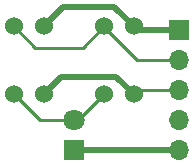
<source format=gbr>
%TF.GenerationSoftware,KiCad,Pcbnew,(6.0.4)*%
%TF.CreationDate,2022-06-04T14:48:56+09:00*%
%TF.ProjectId,line_sensor,6c696e65-5f73-4656-9e73-6f722e6b6963,rev?*%
%TF.SameCoordinates,Original*%
%TF.FileFunction,Copper,L2,Bot*%
%TF.FilePolarity,Positive*%
%FSLAX46Y46*%
G04 Gerber Fmt 4.6, Leading zero omitted, Abs format (unit mm)*
G04 Created by KiCad (PCBNEW (6.0.4)) date 2022-06-04 14:48:56*
%MOMM*%
%LPD*%
G01*
G04 APERTURE LIST*
%TA.AperFunction,ComponentPad*%
%ADD10R,1.800000X1.800000*%
%TD*%
%TA.AperFunction,ComponentPad*%
%ADD11C,1.800000*%
%TD*%
%TA.AperFunction,ComponentPad*%
%ADD12C,1.524000*%
%TD*%
%TA.AperFunction,ComponentPad*%
%ADD13R,1.700000X1.700000*%
%TD*%
%TA.AperFunction,ComponentPad*%
%ADD14O,1.700000X1.700000*%
%TD*%
%TA.AperFunction,Conductor*%
%ADD15C,0.250000*%
%TD*%
%TA.AperFunction,Conductor*%
%ADD16C,0.500000*%
%TD*%
G04 APERTURE END LIST*
D10*
%TO.P,D1,1,K*%
%TO.N,Net-(D1-Pad1)*%
X138430000Y-93980000D03*
D11*
%TO.P,D1,2,A*%
%TO.N,Net-(D1-Pad2)*%
X138430000Y-91440000D03*
%TD*%
D12*
%TO.P,U2,1,K(-)*%
%TO.N,Net-(D1-Pad2)*%
X133350000Y-89235000D03*
%TO.P,U2,2,Vcc*%
%TO.N,+5V*%
X135890000Y-89235000D03*
%TO.P,U2,3,Vout*%
%TO.N,Net-(J1-Pad1)*%
X135890000Y-83485000D03*
%TO.P,U2,4,GND*%
%TO.N,GND*%
X133350000Y-83485000D03*
%TD*%
%TO.P,U1,1,K(-)*%
%TO.N,Net-(D1-Pad2)*%
X140970000Y-89235000D03*
%TO.P,U1,2,Vcc*%
%TO.N,+5V*%
X143510000Y-89235000D03*
%TO.P,U1,3,Vout*%
%TO.N,Net-(J1-Pad1)*%
X143510000Y-83485000D03*
%TO.P,U1,4,GND*%
%TO.N,GND*%
X140970000Y-83485000D03*
%TD*%
D13*
%TO.P,J1,1,Pin_1*%
%TO.N,Net-(J1-Pad1)*%
X147320000Y-83825000D03*
D14*
%TO.P,J1,2,Pin_2*%
%TO.N,GND*%
X147320000Y-86365000D03*
%TO.P,J1,3,Pin_3*%
%TO.N,+5V*%
X147320000Y-88905000D03*
%TO.P,J1,4,Pin_4*%
%TO.N,unconnected-(J1-Pad4)*%
X147320000Y-91445000D03*
%TO.P,J1,5,Pin_5*%
%TO.N,Net-(D1-Pad1)*%
X147320000Y-93985000D03*
%TD*%
D15*
%TO.N,GND*%
X139185000Y-85270000D02*
X140970000Y-83485000D01*
X135135000Y-85270000D02*
X139185000Y-85270000D01*
X133350000Y-83485000D02*
X135135000Y-85270000D01*
X143825000Y-86365000D02*
X147320000Y-86365000D01*
X140970000Y-83510000D02*
X143825000Y-86365000D01*
X140970000Y-83485000D02*
X140970000Y-83510000D01*
D16*
%TO.N,Net-(J1-Pad1)*%
X137545000Y-81830000D02*
X135890000Y-83485000D01*
X141855000Y-81830000D02*
X137545000Y-81830000D01*
X143510000Y-83485000D02*
X141855000Y-81830000D01*
%TO.N,+5V*%
X137345000Y-87780000D02*
X135890000Y-89235000D01*
X142055000Y-87780000D02*
X137345000Y-87780000D01*
X143510000Y-89235000D02*
X142055000Y-87780000D01*
D15*
X143840000Y-88905000D02*
X143510000Y-89235000D01*
X147320000Y-88905000D02*
X143840000Y-88905000D01*
D16*
%TO.N,Net-(D1-Pad1)*%
X147320000Y-93985000D02*
X138435000Y-93985000D01*
X138435000Y-93985000D02*
X138430000Y-93980000D01*
D15*
%TO.N,Net-(D1-Pad2)*%
X138765000Y-91440000D02*
X138430000Y-91440000D01*
X133350000Y-89235000D02*
X135555000Y-91440000D01*
X135555000Y-91440000D02*
X138430000Y-91440000D01*
X140970000Y-89235000D02*
X138765000Y-91440000D01*
%TO.N,Net-(J1-Pad1)*%
X146980000Y-83485000D02*
X147320000Y-83825000D01*
D16*
X147320000Y-83825000D02*
X143850000Y-83825000D01*
X143850000Y-83825000D02*
X143510000Y-83485000D01*
D15*
%TO.N,+5V*%
X146990000Y-89235000D02*
X147320000Y-88905000D01*
%TD*%
M02*

</source>
